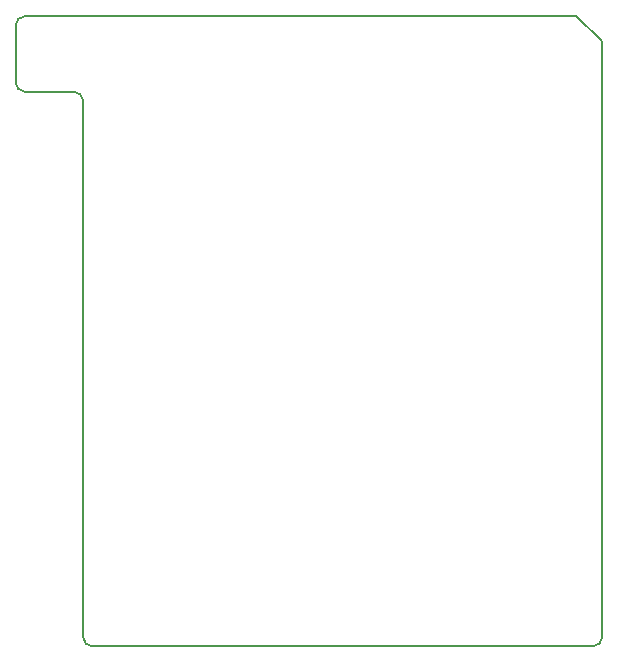
<source format=gbr>
%TF.GenerationSoftware,KiCad,Pcbnew,(7.0.0)*%
%TF.CreationDate,2023-09-07T10:01:15-05:00*%
%TF.ProjectId,AcousticSensor,41636f75-7374-4696-9353-656e736f722e,rev?*%
%TF.SameCoordinates,Original*%
%TF.FileFunction,Profile,NP*%
%FSLAX46Y46*%
G04 Gerber Fmt 4.6, Leading zero omitted, Abs format (unit mm)*
G04 Created by KiCad (PCBNEW (7.0.0)) date 2023-09-07 10:01:15*
%MOMM*%
%LPD*%
G01*
G04 APERTURE LIST*
%TA.AperFunction,Profile*%
%ADD10C,0.150000*%
%TD*%
G04 APERTURE END LIST*
D10*
X122092585Y-53802815D02*
G75*
G03*
X121330585Y-53040815I-762000J0D01*
G01*
X117144999Y-53029985D02*
X121330585Y-53040815D01*
X116382999Y-52267985D02*
G75*
G03*
X117144999Y-53029985I762000J0D01*
G01*
X122103435Y-99237962D02*
X122092585Y-53802815D01*
X166040000Y-59360000D02*
X166040000Y-61900000D01*
X116382999Y-52267985D02*
X116383000Y-47422000D01*
X166040000Y-61900000D02*
X166040000Y-96190000D01*
X165278000Y-100000000D02*
X122865415Y-99994584D01*
X117145000Y-46660000D02*
X163830000Y-46660000D01*
X122103435Y-99237962D02*
G75*
G03*
X122865415Y-99994584I761980J5377D01*
G01*
X166040000Y-96190000D02*
X166040000Y-98730000D01*
X163830000Y-46660000D02*
X166040000Y-48768000D01*
X165278000Y-100000000D02*
G75*
G03*
X166040000Y-99238000I0J762000D01*
G01*
X166040000Y-48768000D02*
X166040000Y-59360000D01*
X166040000Y-98730000D02*
X166040000Y-99238000D01*
X117145000Y-46660000D02*
G75*
G03*
X116383000Y-47422000I0J-762000D01*
G01*
M02*

</source>
